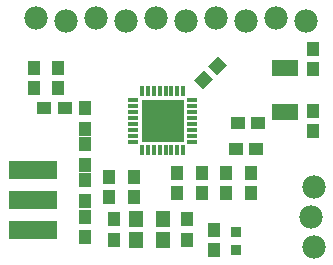
<source format=gts>
G75*
G70*
%OFA0B0*%
%FSLAX24Y24*%
%IPPOS*%
%LPD*%
%AMOC8*
5,1,8,0,0,1.08239X$1,22.5*
%
%ADD10R,0.0355X0.0152*%
%ADD11R,0.0152X0.0355*%
%ADD12R,0.1418X0.1418*%
%ADD13R,0.0434X0.0473*%
%ADD14R,0.0473X0.0434*%
%ADD15R,0.0453X0.0552*%
%ADD16R,0.0906X0.0552*%
%ADD17C,0.0780*%
%ADD18R,0.0355X0.0355*%
%ADD19R,0.1640X0.0640*%
D10*
X004428Y004428D03*
X004428Y004625D03*
X004428Y004822D03*
X004428Y005019D03*
X004428Y005216D03*
X004428Y005412D03*
X004428Y005609D03*
X004428Y005806D03*
X006396Y005806D03*
X006396Y005609D03*
X006396Y005412D03*
X006396Y005216D03*
X006396Y005019D03*
X006396Y004822D03*
X006396Y004625D03*
X006396Y004428D03*
D11*
X006101Y004133D03*
X005904Y004133D03*
X005708Y004133D03*
X005511Y004133D03*
X005314Y004133D03*
X005117Y004133D03*
X004920Y004133D03*
X004723Y004133D03*
X004723Y006101D03*
X004920Y006101D03*
X005117Y006101D03*
X005314Y006101D03*
X005511Y006101D03*
X005708Y006101D03*
X005904Y006101D03*
X006101Y006101D03*
D12*
X005412Y005117D03*
D13*
X005885Y003365D03*
X005885Y002696D03*
X006711Y002696D03*
X006711Y003365D03*
X007538Y003365D03*
X007538Y002696D03*
X008365Y002696D03*
X008365Y003365D03*
X010431Y004779D03*
X010431Y005448D03*
X010412Y006852D03*
X010412Y007522D03*
X004448Y003247D03*
X004448Y002578D03*
X003641Y002578D03*
X003641Y003247D03*
X002814Y003129D03*
X002814Y003660D03*
X002814Y004330D03*
X002814Y004861D03*
X002814Y005531D03*
X001928Y006200D03*
X001928Y006869D03*
X001121Y006869D03*
X001121Y006200D03*
X002814Y002460D03*
X002814Y001928D03*
X002814Y001259D03*
X003798Y001160D03*
X003798Y001830D03*
X006239Y001830D03*
X006239Y001160D03*
X007124Y001475D03*
X007124Y000806D03*
D14*
X007873Y004172D03*
X008542Y004172D03*
X008582Y005038D03*
X007912Y005038D03*
G36*
X007089Y006507D02*
X006756Y006174D01*
X006449Y006481D01*
X006782Y006814D01*
X007089Y006507D01*
G37*
G36*
X007562Y006980D02*
X007229Y006647D01*
X006922Y006954D01*
X007255Y007287D01*
X007562Y006980D01*
G37*
X002145Y005531D03*
X001475Y005531D03*
D15*
X004526Y001859D03*
X004526Y001131D03*
X005432Y001131D03*
X005432Y001859D03*
D16*
X009507Y005412D03*
X009507Y006869D03*
D17*
X010180Y008436D03*
X009180Y008536D03*
X008180Y008436D03*
X007180Y008536D03*
X006180Y008436D03*
X005180Y008536D03*
X004180Y008436D03*
X003180Y008536D03*
X002180Y008436D03*
X001180Y008536D03*
X010360Y001912D03*
X010460Y000912D03*
X010460Y002912D03*
D18*
X007851Y001397D03*
X007851Y000806D03*
D19*
X001079Y001463D03*
X001079Y002463D03*
X001079Y003463D03*
M02*

</source>
